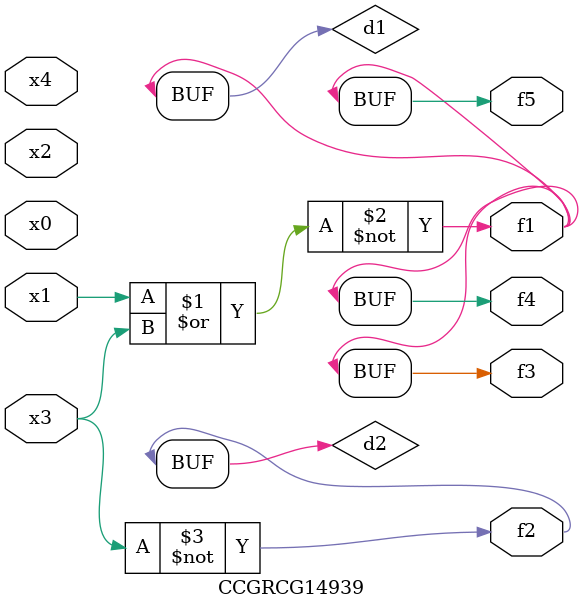
<source format=v>
module CCGRCG14939(
	input x0, x1, x2, x3, x4,
	output f1, f2, f3, f4, f5
);

	wire d1, d2;

	nor (d1, x1, x3);
	not (d2, x3);
	assign f1 = d1;
	assign f2 = d2;
	assign f3 = d1;
	assign f4 = d1;
	assign f5 = d1;
endmodule

</source>
